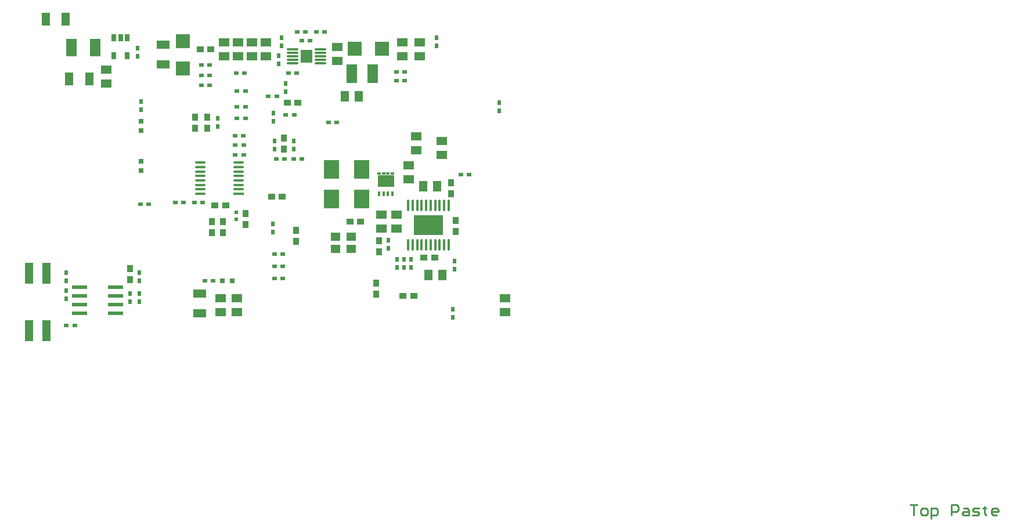
<source format=gtp>
%FSAX24Y24*%
%MOIN*%
G70*
G01*
G75*
G04 Layer_Color=9021481*
%ADD10C,0.0060*%
%ADD11C,0.0394*%
%ADD12R,0.0374X0.0394*%
%ADD13R,0.0394X0.0374*%
%ADD14R,0.0630X0.0500*%
%ADD15R,0.0500X0.0630*%
%ADD16R,0.0787X0.0787*%
%ADD17R,0.0850X0.1080*%
%ADD18R,0.0512X0.0728*%
%ADD19R,0.0276X0.0276*%
%ADD20R,0.0276X0.0276*%
%ADD21R,0.0236X0.0315*%
%ADD22R,0.0315X0.0236*%
%ADD23R,0.0728X0.0512*%
%ADD24R,0.0600X0.1000*%
%ADD25R,0.0591X0.1102*%
%ADD26R,0.0550X0.0450*%
%ADD27O,0.0669X0.0118*%
%ADD28R,0.0681X0.0748*%
%ADD29R,0.1654X0.1181*%
%ADD30O,0.0138X0.0669*%
%ADD31R,0.0500X0.1200*%
%ADD32R,0.0787X0.0787*%
%ADD33R,0.0220X0.0200*%
%ADD34R,0.0866X0.0236*%
%ADD35R,0.0866X0.0236*%
%ADD36R,0.0272X0.0390*%
%ADD37R,0.0965X0.0748*%
%ADD38R,0.0160X0.0250*%
%ADD39R,0.0197X0.0161*%
%ADD40R,0.0630X0.0118*%
%ADD41O,0.0630X0.0118*%
%ADD42C,0.0200*%
%ADD43C,0.0070*%
%ADD44C,0.0080*%
%ADD45C,0.0120*%
%ADD46C,0.0250*%
%ADD47C,0.0100*%
%ADD48C,0.0500*%
%ADD49C,0.0030*%
%ADD50C,0.0040*%
%ADD51C,0.0600*%
%ADD52C,0.1750*%
%ADD53R,0.0600X0.0600*%
%ADD54R,0.0600X0.0600*%
%ADD55C,0.0750*%
%ADD56R,0.0750X0.0750*%
%ADD57C,0.0800*%
%ADD58R,0.0800X0.0800*%
%ADD59C,0.0591*%
%ADD60R,0.0591X0.0591*%
%ADD61R,0.0550X0.0550*%
%ADD62C,0.0550*%
%ADD63R,0.0550X0.0550*%
%ADD64R,0.0591X0.0591*%
%ADD65C,0.0200*%
%ADD66C,0.0160*%
%ADD67C,0.0400*%
%ADD68C,0.0850*%
%ADD69C,0.0520*%
%ADD70C,0.0554*%
%ADD71C,0.0300*%
%ADD72R,0.1575X0.0630*%
%ADD73R,0.0200X0.0220*%
%ADD74R,0.0236X0.0591*%
%ADD75R,0.0591X0.0236*%
%ADD76R,0.1142X0.2126*%
%ADD77R,0.0701X0.1402*%
%ADD78R,0.0902X0.0673*%
%ADD79R,0.0134X0.0256*%
%ADD80R,0.0134X0.0315*%
%ADD81R,0.1260X0.0630*%
%ADD82R,0.1100X0.1500*%
%ADD83C,0.0050*%
%ADD84C,0.0098*%
%ADD85C,0.0079*%
%ADD86R,0.0200X0.1240*%
%ADD87R,0.0200X0.1640*%
%ADD88R,0.1240X0.0200*%
%ADD89C,0.0000*%
%ADD90R,0.0925X0.0709*%
G54D12*
X034500Y033085D02*
D03*
Y033715D02*
D03*
X044900Y023535D02*
D03*
Y024165D02*
D03*
X040300Y026585D02*
D03*
Y027215D02*
D03*
X035200Y033715D02*
D03*
Y033085D02*
D03*
X039600Y031885D02*
D03*
Y032515D02*
D03*
X037400Y028165D02*
D03*
Y027535D02*
D03*
X036100Y027715D02*
D03*
Y027085D02*
D03*
X035450Y027715D02*
D03*
Y027085D02*
D03*
X049450Y027765D02*
D03*
Y027135D02*
D03*
X045050Y025985D02*
D03*
Y026615D02*
D03*
X049200Y029320D02*
D03*
Y029950D02*
D03*
X030750Y024385D02*
D03*
Y025015D02*
D03*
G54D13*
X036265Y028650D02*
D03*
X035635D02*
D03*
X043385Y027700D02*
D03*
X044015D02*
D03*
X039785Y034550D02*
D03*
X040415D02*
D03*
X047635Y025650D02*
D03*
X048265D02*
D03*
X035415Y037600D02*
D03*
X034785D02*
D03*
X046435Y023450D02*
D03*
X047065D02*
D03*
X038885Y029150D02*
D03*
X039515D02*
D03*
G54D14*
X036900Y023300D02*
D03*
Y022500D02*
D03*
X035950Y023300D02*
D03*
Y022500D02*
D03*
X029400Y036450D02*
D03*
Y035650D02*
D03*
X036150Y037200D02*
D03*
Y038000D02*
D03*
X036950D02*
D03*
Y037200D02*
D03*
X037750D02*
D03*
Y038000D02*
D03*
X038550Y037200D02*
D03*
Y038000D02*
D03*
X042650Y037750D02*
D03*
Y036950D02*
D03*
X046400Y037200D02*
D03*
Y038000D02*
D03*
X047400D02*
D03*
Y037200D02*
D03*
X046750Y030150D02*
D03*
Y030950D02*
D03*
X045200Y027300D02*
D03*
Y028100D02*
D03*
X046050Y027300D02*
D03*
Y028100D02*
D03*
X047200Y031800D02*
D03*
Y032600D02*
D03*
X048650Y032350D02*
D03*
Y031550D02*
D03*
X052300Y022500D02*
D03*
Y023300D02*
D03*
G54D15*
X047600Y029750D02*
D03*
X048400D02*
D03*
X048700Y024650D02*
D03*
X047900D02*
D03*
X043100Y034900D02*
D03*
X043900D02*
D03*
G54D16*
X043663Y037650D02*
D03*
X045237D02*
D03*
G54D17*
X044070Y030700D02*
D03*
X042330D02*
D03*
X044070Y029000D02*
D03*
X042330D02*
D03*
G54D18*
X028421Y035900D02*
D03*
X027279D02*
D03*
X025929Y039350D02*
D03*
X027071D02*
D03*
G54D19*
X031400Y030624D02*
D03*
Y031176D02*
D03*
Y032924D02*
D03*
Y033476D02*
D03*
G54D20*
X036626Y024300D02*
D03*
X036074D02*
D03*
G54D21*
X039000Y033464D02*
D03*
Y033936D02*
D03*
X048350Y038286D02*
D03*
Y037814D02*
D03*
X049300Y022686D02*
D03*
Y022214D02*
D03*
X031200Y037686D02*
D03*
Y037214D02*
D03*
X039450Y038286D02*
D03*
Y037814D02*
D03*
X039300Y036764D02*
D03*
Y037236D02*
D03*
X031400Y034128D02*
D03*
Y034600D02*
D03*
X051950Y034064D02*
D03*
Y034536D02*
D03*
X035800Y033636D02*
D03*
Y033164D02*
D03*
X039700Y035164D02*
D03*
Y035636D02*
D03*
X038950Y027114D02*
D03*
Y027586D02*
D03*
X039050Y032336D02*
D03*
Y031864D02*
D03*
X040150D02*
D03*
Y032336D02*
D03*
X046900Y025064D02*
D03*
Y025536D02*
D03*
X046500Y025064D02*
D03*
Y025536D02*
D03*
X045600Y026636D02*
D03*
Y026164D02*
D03*
X046100Y025536D02*
D03*
Y025064D02*
D03*
X049400Y024964D02*
D03*
Y025436D02*
D03*
X030750Y023114D02*
D03*
Y023586D02*
D03*
X031300Y023114D02*
D03*
Y023586D02*
D03*
X027100Y023736D02*
D03*
Y023264D02*
D03*
Y024786D02*
D03*
Y024314D02*
D03*
X031300D02*
D03*
Y024786D02*
D03*
G54D22*
X035336Y036100D02*
D03*
X034864D02*
D03*
X036814Y031550D02*
D03*
X037286D02*
D03*
X035336Y036700D02*
D03*
X034864D02*
D03*
X041464Y038600D02*
D03*
X041936D02*
D03*
X041100Y038100D02*
D03*
X040628D02*
D03*
X040836Y038600D02*
D03*
X040364D02*
D03*
X031364Y028700D02*
D03*
X031836D02*
D03*
X039714Y033850D02*
D03*
X040186D02*
D03*
X040164Y031300D02*
D03*
X040636D02*
D03*
X034464Y028800D02*
D03*
X034936D02*
D03*
X033836D02*
D03*
X033364D02*
D03*
X046064Y035800D02*
D03*
X046536D02*
D03*
X046064Y036300D02*
D03*
X046536D02*
D03*
X035064Y024300D02*
D03*
X035536D02*
D03*
X037336Y036250D02*
D03*
X036864D02*
D03*
X035336Y035550D02*
D03*
X034864D02*
D03*
X037386Y033650D02*
D03*
X036914D02*
D03*
X039164Y031300D02*
D03*
X039636D02*
D03*
X036914Y034300D02*
D03*
X037386D02*
D03*
X036800Y032650D02*
D03*
X037272D02*
D03*
X037286Y032100D02*
D03*
X036814D02*
D03*
X039064Y024450D02*
D03*
X039536D02*
D03*
X039064Y025150D02*
D03*
X039536D02*
D03*
X039064Y025850D02*
D03*
X039536D02*
D03*
X042164Y033400D02*
D03*
X042636D02*
D03*
X039186Y034900D02*
D03*
X038714D02*
D03*
X037386Y035200D02*
D03*
X036914D02*
D03*
X050236Y030400D02*
D03*
X049764D02*
D03*
X027586Y021750D02*
D03*
X027114D02*
D03*
X039864Y036250D02*
D03*
X040336D02*
D03*
G54D23*
X032650Y036729D02*
D03*
Y037871D02*
D03*
X034750Y022429D02*
D03*
Y023571D02*
D03*
G54D24*
X027400Y037700D02*
D03*
X028750D02*
D03*
G54D25*
X044710Y036200D02*
D03*
X043490D02*
D03*
G54D26*
X043450Y026850D02*
D03*
X042550D02*
D03*
Y026150D02*
D03*
X043450D02*
D03*
G54D27*
X041707Y036806D02*
D03*
Y037003D02*
D03*
Y037200D02*
D03*
Y037397D02*
D03*
Y037594D02*
D03*
X040093Y036806D02*
D03*
Y037003D02*
D03*
Y037200D02*
D03*
Y037397D02*
D03*
Y037594D02*
D03*
G54D28*
X040900Y037200D02*
D03*
G54D29*
X047900Y027500D02*
D03*
G54D30*
X046748Y026378D02*
D03*
X047004D02*
D03*
X047260D02*
D03*
X047516D02*
D03*
X047772D02*
D03*
X048028D02*
D03*
X048284D02*
D03*
X048540D02*
D03*
X048796D02*
D03*
X049052D02*
D03*
X046748Y028622D02*
D03*
X047004D02*
D03*
X047260D02*
D03*
X047516D02*
D03*
X047772D02*
D03*
X048028D02*
D03*
X048284D02*
D03*
X048540D02*
D03*
X048796D02*
D03*
X049052D02*
D03*
G54D31*
X025950Y021450D02*
D03*
X024950Y024750D02*
D03*
Y021450D02*
D03*
X025950Y024750D02*
D03*
G54D32*
X033800Y036500D02*
D03*
Y038075D02*
D03*
G54D33*
X036850Y028250D02*
D03*
Y027833D02*
D03*
G54D34*
X027876Y023950D02*
D03*
G54D35*
X029924Y022450D02*
D03*
Y022950D02*
D03*
Y023450D02*
D03*
Y023950D02*
D03*
X027876Y022450D02*
D03*
Y022950D02*
D03*
Y023450D02*
D03*
G54D36*
X030600Y037250D02*
D03*
X029848Y038270D02*
D03*
Y037250D02*
D03*
X030600Y038270D02*
D03*
X030225D02*
D03*
G54D38*
X045066Y029313D02*
D03*
X045322D02*
D03*
X045578D02*
D03*
X045834D02*
D03*
G54D39*
Y030487D02*
D03*
X045578D02*
D03*
X045322D02*
D03*
X045066D02*
D03*
G54D40*
X037000Y029300D02*
D03*
G54D41*
Y029556D02*
D03*
Y029812D02*
D03*
Y030068D02*
D03*
Y030324D02*
D03*
Y030580D02*
D03*
Y030835D02*
D03*
Y031091D02*
D03*
X034795Y029300D02*
D03*
Y029556D02*
D03*
Y029812D02*
D03*
Y030068D02*
D03*
Y030324D02*
D03*
Y030580D02*
D03*
Y030835D02*
D03*
Y031091D02*
D03*
G54D47*
X075550Y011450D02*
X075950D01*
X075750D01*
Y010850D01*
X076250D02*
X076450D01*
X076550Y010950D01*
Y011150D01*
X076450Y011250D01*
X076250D01*
X076150Y011150D01*
Y010950D01*
X076250Y010850D01*
X076750Y010650D02*
Y011250D01*
X077050D01*
X077149Y011150D01*
Y010950D01*
X077050Y010850D01*
X076750D01*
X077949D02*
Y011450D01*
X078249D01*
X078349Y011350D01*
Y011150D01*
X078249Y011050D01*
X077949D01*
X078649Y011250D02*
X078849D01*
X078949Y011150D01*
Y010850D01*
X078649D01*
X078549Y010950D01*
X078649Y011050D01*
X078949D01*
X079149Y010850D02*
X079449D01*
X079549Y010950D01*
X079449Y011050D01*
X079249D01*
X079149Y011150D01*
X079249Y011250D01*
X079549D01*
X079849Y011350D02*
Y011250D01*
X079749D01*
X079949D01*
X079849D01*
Y010950D01*
X079949Y010850D01*
X080548D02*
X080348D01*
X080248Y010950D01*
Y011150D01*
X080348Y011250D01*
X080548D01*
X080648Y011150D01*
Y011050D01*
X080248D01*
G54D89*
X026800Y020350D02*
D03*
G54D90*
X045450Y030032D02*
D03*
M02*

</source>
